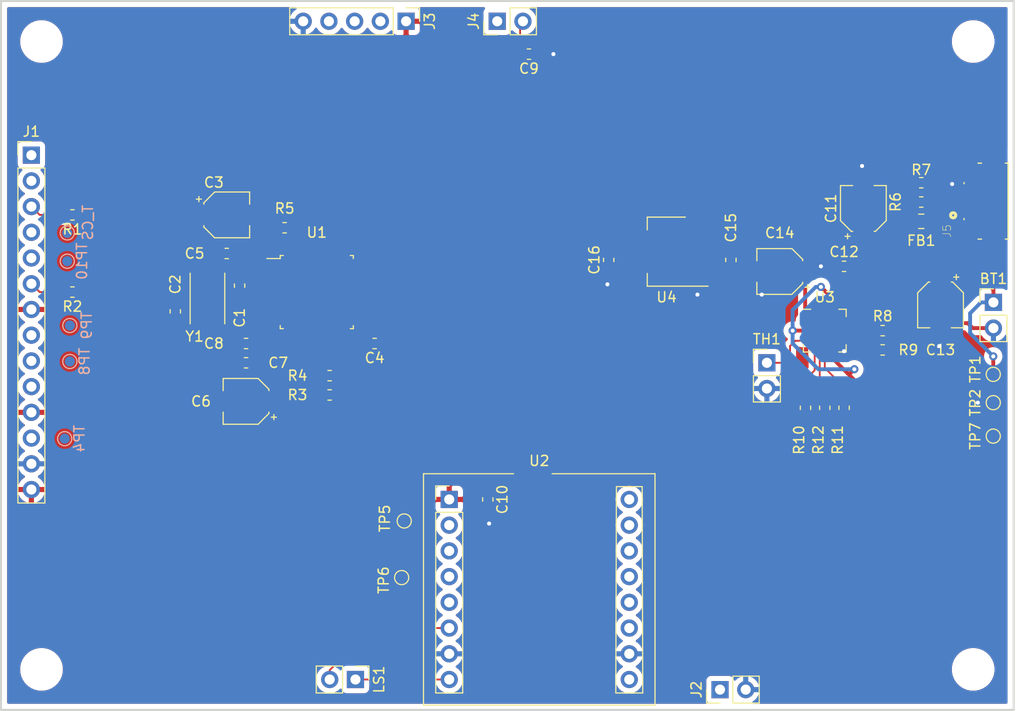
<source format=kicad_pcb>
(kicad_pcb (version 20171130) (host pcbnew 5.1.2-5.1.2)
  (layers (0 F.Cu signal) (31 B.Cu signal) (34 B.Paste user) (35 F.Paste user) (36 B.SilkS user) (37 F.SilkS user) (38 B.Mask user) (39 F.Mask user) (44 Edge.Cuts user))
  (net 0 "")
  (net 1 GND)
  (net 2 +BATT)
  (net 3 "Net-(C1-Pad1)")
  (net 4 "Net-(C2-Pad1)")
  (net 5 +3V3)
  (net 6 /nRST)
  (net 7 +5V)
  (net 8 "Net-(C14-Pad1)")
  (net 9 "Net-(FB1-Pad2)")
  (net 10 /T_IRQ)
  (net 11 /MOSI)
  (net 12 "Net-(J1-Pad3)")
  (net 13 /T_CS)
  (net 14 /SCK)
  (net 15 "Net-(J1-Pad6)")
  (net 16 /D-C)
  (net 17 /LCD_CS)
  (net 18 /LID_SW)
  (net 19 /SWDIO)
  (net 20 /SWDCLK)
  (net 21 "Net-(J3-Pad4)")
  (net 22 "Net-(J5-Pad3)")
  (net 23 "Net-(J5-Pad2)")
  (net 24 "Net-(J5-Pad4)")
  (net 25 "Net-(LS1-Pad1)")
  (net 26 "Net-(LS1-Pad2)")
  (net 27 /MISO)
  (net 28 /ADC)
  (net 29 "Net-(R5-Pad1)")
  (net 30 "Net-(R8-Pad1)")
  (net 31 "Net-(R9-Pad1)")
  (net 32 /~PG)
  (net 33 /~LBO)
  (net 34 /CHG_STAT)
  (net 35 "Net-(TH1-Pad1)")
  (net 36 /DFP_TX)
  (net 37 /DFP_RX)
  (net 38 /DFP_BUSY)
  (net 39 "Net-(U2-Pad5)")
  (net 40 "Net-(U2-Pad4)")
  (net 41 "Net-(U2-Pad12)")
  (net 42 "Net-(U2-Pad13)")
  (net 43 "Net-(U2-Pad11)")
  (net 44 "Net-(U2-Pad9)")
  (net 45 "Net-(U2-Pad14)")
  (net 46 "Net-(U2-Pad15)")
  (net 47 "Net-(U1-Pad6)")
  (net 48 "Net-(U1-Pad7)")
  (net 49 "Net-(U1-Pad8)")
  (net 50 "Net-(U1-Pad30)")
  (net 51 "Net-(U1-Pad28)")
  (net 52 "Net-(U1-Pad27)")
  (module Capacitor_SMD:C_0603_1608Metric_Pad1.05x0.95mm_HandSolder (layer F.Cu) (at 211.074 75.565 90)
    (fp_text reference C15 (at 3.175 0 90) (layer F.SilkS))
    (fp_text value 22n)
    (pad 1 smd roundrect (at -0.875 0 90) (size 1.05 0.95) (layers F.Cu F.Paste F.Mask) (net 1 GND))
    (pad 2 smd roundrect (at 0.875 0 90) (size 1.05 0.95) (layers F.Cu F.Paste F.Mask) (net 8 "Net-(C14-Pad1)"))
  )
  (module USB_Micro_B_AMP:AMPHENOL_10118192-0001LF (layer F.Cu) (at 234.325 69.76 90)
    (fp_text reference J5 (at -2.95307 -1.915 90) (layer F.SilkS) (effects (font (size 0.787417 0.787417) (thickness 0.05))))
    (fp_text value USB_B_Micro hide)
    (pad 3 smd rect (at 0 0 90) (size 0.4 1.35) (layers F.Cu F.Paste F.Mask) (net 22 "Net-(J5-Pad3)"))
    (pad 2 smd rect (at -0.65 0 90) (size 0.4 1.35) (layers F.Cu F.Paste F.Mask) (net 23 "Net-(J5-Pad2)"))
    (pad 4 smd rect (at 0.65 0 90) (size 0.4 1.35) (layers F.Cu F.Paste F.Mask) (net 24 "Net-(J5-Pad4)"))
    (pad 1 smd rect (at -1.3 0 90) (size 0.4 1.35) (layers F.Cu F.Paste F.Mask) (net 9 "Net-(FB1-Pad2)"))
    (pad 5 smd rect (at 1.3 0 90) (size 0.4 1.35) (layers F.Cu F.Paste F.Mask) (net 1 GND))
    (pad SH1 smd rect (at -3.1 0.125 90) (size 2.1 1.6) (layers F.Cu F.Paste F.Mask))
    (pad SH2 smd rect (at 3.1 0.125 90) (size 2.1 1.6) (layers F.Cu F.Paste F.Mask))
    (pad SH3 smd rect (at -3.8 2.675 270) (size 1.8 1.9) (layers F.Cu F.Paste F.Mask))
    (pad SH6 smd rect (at 3.8 2.675 270) (size 1.8 1.9) (layers F.Cu F.Paste F.Mask))
    (pad SH4 smd rect (at -1.2 2.675 90) (size 1.9 1.9) (layers F.Cu F.Paste F.Mask))
    (pad SH5 smd rect (at 1.2 2.675 90) (size 1.9 1.9) (layers F.Cu F.Paste F.Mask))
  )
  (module Connector_PinHeader_2.54mm:PinHeader_1x02_P2.54mm_Vertical (layer F.Cu) (at 237 79.76)
    (fp_text reference BT1 (at 0 -2.33) (layer F.SilkS))
    (fp_text value Li-Ion)
    (pad 2 thru_hole oval (at 0 2.54) (size 1.7 1.7) (drill 1) (layers *.Cu *.Mask) (net 1 GND))
    (pad 1 thru_hole rect (at 0 0) (size 1.7 1.7) (drill 1) (layers *.Cu *.Mask) (net 2 +BATT))
  )
  (module Capacitor_SMD:C_0603_1608Metric_Pad1.05x0.95mm_HandSolder (layer F.Cu) (at 162.56 78.105 270)
    (fp_text reference C1 (at 3.175 0 90) (layer F.SilkS))
    (fp_text value 20p)
    (pad 2 smd roundrect (at 0.875 0 270) (size 1.05 0.95) (layers F.Cu F.Paste F.Mask) (net 1 GND))
    (pad 1 smd roundrect (at -0.875 0 270) (size 1.05 0.95) (layers F.Cu F.Paste F.Mask) (net 3 "Net-(C1-Pad1)"))
  )
  (module Capacitor_SMD:C_0603_1608Metric_Pad1.05x0.95mm_HandSolder (layer F.Cu) (at 156.21 80.645 90)
    (fp_text reference C2 (at 2.667 0 90) (layer F.SilkS))
    (fp_text value 20p)
    (pad 2 smd roundrect (at 0.875 0 90) (size 1.05 0.95) (layers F.Cu F.Paste F.Mask) (net 1 GND))
    (pad 1 smd roundrect (at -0.875 0 90) (size 1.05 0.95) (layers F.Cu F.Paste F.Mask) (net 4 "Net-(C2-Pad1)"))
  )
  (module Capacitor_SMD:CP_Elec_4x5.3 (layer F.Cu) (at 161.29 71.12)
    (fp_text reference C3 (at -1.27 -3.2) (layer F.SilkS))
    (fp_text value 4u7)
    (pad 2 smd roundrect (at 1.8 0) (size 2.6 1.6) (layers F.Cu F.Paste F.Mask) (roundrect_rratio 0.15625) (net 1 GND))
    (pad 1 smd roundrect (at -1.8 0) (size 2.6 1.6) (layers F.Cu F.Paste F.Mask) (roundrect_rratio 0.15625) (net 5 +3V3))
  )
  (module Capacitor_SMD:C_0603_1608Metric_Pad1.05x0.95mm_HandSolder (layer F.Cu) (at 175.895 83.82 180)
    (fp_text reference C4 (at 0 -1.43) (layer F.SilkS))
    (fp_text value 220n)
    (pad 1 smd roundrect (at -0.875 0 180) (size 1.05 0.95) (layers F.Cu F.Paste F.Mask) (net 5 +3V3))
    (pad 2 smd roundrect (at 0.875 0 180) (size 1.05 0.95) (layers F.Cu F.Paste F.Mask) (net 1 GND))
  )
  (module Capacitor_SMD:C_0603_1608Metric_Pad1.05x0.95mm_HandSolder (layer F.Cu) (at 161.29 74.93 180)
    (fp_text reference C5 (at 3.175 0) (layer F.SilkS))
    (fp_text value 22n)
    (pad 1 smd roundrect (at -0.875 0 180) (size 1.05 0.95) (layers F.Cu F.Paste F.Mask) (net 1 GND))
    (pad 2 smd roundrect (at 0.875 0 180) (size 1.05 0.95) (layers F.Cu F.Paste F.Mask) (net 5 +3V3))
  )
  (module Capacitor_SMD:CP_Elec_4x5.3 (layer F.Cu) (at 163.195 89.535 180)
    (fp_text reference C6 (at 4.445 0) (layer F.SilkS))
    (fp_text value 4u7)
    (pad 1 smd roundrect (at -1.8 0 180) (size 2.6 1.6) (layers F.Cu F.Paste F.Mask) (roundrect_rratio 0.15625) (net 5 +3V3))
    (pad 2 smd roundrect (at 1.8 0 180) (size 2.6 1.6) (layers F.Cu F.Paste F.Mask) (roundrect_rratio 0.15625) (net 1 GND))
  )
  (module Capacitor_SMD:C_0603_1608Metric_Pad1.05x0.95mm_HandSolder (layer F.Cu) (at 163.195 85.725 180)
    (fp_text reference C7 (at -3.175 0) (layer F.SilkS))
    (fp_text value 220n)
    (pad 2 smd roundrect (at 0.875 0 180) (size 1.05 0.95) (layers F.Cu F.Paste F.Mask) (net 1 GND))
    (pad 1 smd roundrect (at -0.875 0 180) (size 1.05 0.95) (layers F.Cu F.Paste F.Mask) (net 5 +3V3))
  )
  (module Capacitor_SMD:C_0603_1608Metric_Pad1.05x0.95mm_HandSolder (layer F.Cu) (at 163.195 83.82 180)
    (fp_text reference C8 (at 3.175 0) (layer F.SilkS))
    (fp_text value 22n)
    (pad 1 smd roundrect (at -0.875 0 180) (size 1.05 0.95) (layers F.Cu F.Paste F.Mask) (net 5 +3V3))
    (pad 2 smd roundrect (at 0.875 0 180) (size 1.05 0.95) (layers F.Cu F.Paste F.Mask) (net 1 GND))
  )
  (module Capacitor_SMD:C_0603_1608Metric_Pad1.05x0.95mm_HandSolder (layer F.Cu) (at 191.135 55.245 180)
    (fp_text reference C9 (at 0 -1.43) (layer F.SilkS))
    (fp_text value 100n)
    (pad 1 smd roundrect (at -0.875 0 180) (size 1.05 0.95) (layers F.Cu F.Paste F.Mask) (net 1 GND))
    (pad 2 smd roundrect (at 0.875 0 180) (size 1.05 0.95) (layers F.Cu F.Paste F.Mask) (net 6 /nRST))
  )
  (module Capacitor_SMD:C_0603_1608Metric_Pad1.05x0.95mm_HandSolder (layer F.Cu) (at 187.07 99.22 270)
    (fp_text reference C10 (at 0 -1.43 90) (layer F.SilkS))
    (fp_text value 220n)
    (pad 2 smd roundrect (at 0.875 0 270) (size 1.05 0.95) (layers F.Cu F.Paste F.Mask) (net 1 GND))
    (pad 1 smd roundrect (at -0.875 0 270) (size 1.05 0.95) (layers F.Cu F.Paste F.Mask) (net 5 +3V3))
  )
  (module Capacitor_SMD:CP_Elec_4x5.3 (layer F.Cu) (at 224.155 70.485 90)
    (fp_text reference C11 (at 0 -3.2 90) (layer F.SilkS))
    (fp_text value 22u)
    (pad 1 smd roundrect (at -1.8 0 90) (size 2.6 1.6) (layers F.Cu F.Paste F.Mask) (roundrect_rratio 0.15625) (net 7 +5V))
    (pad 2 smd roundrect (at 1.8 0 90) (size 2.6 1.6) (layers F.Cu F.Paste F.Mask) (roundrect_rratio 0.15625) (net 1 GND))
  )
  (module Capacitor_SMD:C_0603_1608Metric_Pad1.05x0.95mm_HandSolder (layer F.Cu) (at 222.25 76.2)
    (fp_text reference C12 (at 0 -1.43) (layer F.SilkS))
    (fp_text value 220n)
    (pad 1 smd roundrect (at -0.875 0) (size 1.05 0.95) (layers F.Cu F.Paste F.Mask) (net 1 GND))
    (pad 2 smd roundrect (at 0.875 0) (size 1.05 0.95) (layers F.Cu F.Paste F.Mask) (net 7 +5V))
  )
  (module Capacitor_SMD:CP_Elec_4x5.3 (layer F.Cu) (at 231.775 80.01 270)
    (fp_text reference C13 (at 4.445 0 180) (layer F.SilkS))
    (fp_text value 4u7)
    (pad 1 smd roundrect (at -1.8 0 270) (size 2.6 1.6) (layers F.Cu F.Paste F.Mask) (roundrect_rratio 0.15625) (net 2 +BATT))
    (pad 2 smd roundrect (at 1.8 0 270) (size 2.6 1.6) (layers F.Cu F.Paste F.Mask) (roundrect_rratio 0.15625) (net 1 GND))
  )
  (module Capacitor_SMD:CP_Elec_4x5.3 (layer F.Cu) (at 215.9 76.708 180)
    (fp_text reference C14 (at 0 3.81) (layer F.SilkS))
    (fp_text value 4u7)
    (pad 2 smd roundrect (at 1.8 0 180) (size 2.6 1.6) (layers F.Cu F.Paste F.Mask) (roundrect_rratio 0.15625) (net 1 GND))
    (pad 1 smd roundrect (at -1.8 0 180) (size 2.6 1.6) (layers F.Cu F.Paste F.Mask) (roundrect_rratio 0.15625) (net 8 "Net-(C14-Pad1)"))
  )
  (module Capacitor_SMD:C_0603_1608Metric_Pad1.05x0.95mm_HandSolder (layer F.Cu) (at 199.009 75.565 90)
    (fp_text reference C16 (at 0 -1.43 90) (layer F.SilkS))
    (fp_text value 22n)
    (pad 2 smd roundrect (at 0.875 0 90) (size 1.05 0.95) (layers F.Cu F.Paste F.Mask) (net 5 +3V3))
    (pad 1 smd roundrect (at -0.875 0 90) (size 1.05 0.95) (layers F.Cu F.Paste F.Mask) (net 1 GND))
  )
  (module Inductor_SMD:L_0805_2012Metric_Pad1.15x1.40mm_HandSolder (layer F.Cu) (at 229.87 71.755)
    (fp_text reference FB1 (at 0 1.905) (layer F.SilkS))
    (fp_text value BLM21PG221SH1D)
    (pad 1 smd roundrect (at -1.025 0) (size 1.15 1.4) (layers F.Cu F.Paste F.Mask) (roundrect_rratio 0.217391) (net 7 +5V))
    (pad 2 smd roundrect (at 1.025 0) (size 1.15 1.4) (layers F.Cu F.Paste F.Mask) (roundrect_rratio 0.217391) (net 9 "Net-(FB1-Pad2)"))
  )
  (module Connector_PinHeader_2.54mm:PinHeader_1x14_P2.54mm_Vertical (layer F.Cu) (at 142 65.22)
    (fp_text reference J1 (at 0 -2.33) (layer F.SilkS))
    (fp_text value "Touch LCD")
    (pad 1 thru_hole rect (at 0 0) (size 1.7 1.7) (drill 1) (layers *.Cu *.Mask) (net 10 /T_IRQ))
    (pad 2 thru_hole oval (at 0 2.54) (size 1.7 1.7) (drill 1) (layers *.Cu *.Mask) (net 11 /MOSI))
    (pad 3 thru_hole oval (at 0 5.08) (size 1.7 1.7) (drill 1) (layers *.Cu *.Mask) (net 12 "Net-(J1-Pad3)"))
    (pad 4 thru_hole oval (at 0 7.62) (size 1.7 1.7) (drill 1) (layers *.Cu *.Mask) (net 13 /T_CS))
    (pad 5 thru_hole oval (at 0 10.16) (size 1.7 1.7) (drill 1) (layers *.Cu *.Mask) (net 14 /SCK))
    (pad 6 thru_hole oval (at 0 12.7) (size 1.7 1.7) (drill 1) (layers *.Cu *.Mask) (net 15 "Net-(J1-Pad6)"))
    (pad 7 thru_hole oval (at 0 15.24) (size 1.7 1.7) (drill 1) (layers *.Cu *.Mask) (net 5 +3V3))
    (pad 8 thru_hole oval (at 0 17.78) (size 1.7 1.7) (drill 1) (layers *.Cu *.Mask) (net 14 /SCK))
    (pad 9 thru_hole oval (at 0 20.32) (size 1.7 1.7) (drill 1) (layers *.Cu *.Mask) (net 11 /MOSI))
    (pad 10 thru_hole oval (at 0 22.86) (size 1.7 1.7) (drill 1) (layers *.Cu *.Mask) (net 16 /D-C))
    (pad 11 thru_hole oval (at 0 25.4) (size 1.7 1.7) (drill 1) (layers *.Cu *.Mask) (net 5 +3V3))
    (pad 12 thru_hole oval (at 0 27.94) (size 1.7 1.7) (drill 1) (layers *.Cu *.Mask) (net 17 /LCD_CS))
    (pad 13 thru_hole oval (at 0 30.48) (size 1.7 1.7) (drill 1) (layers *.Cu *.Mask) (net 1 GND))
    (pad 14 thru_hole oval (at 0 33.02) (size 1.7 1.7) (drill 1) (layers *.Cu *.Mask) (net 5 +3V3))
  )
  (module Connector_PinHeader_2.54mm:PinHeader_1x02_P2.54mm_Vertical (layer F.Cu) (at 210 118 90)
    (fp_text reference J2 (at 0 -2.33 90) (layer F.SilkS))
    (fp_text value "Lid Switch")
    (pad 2 thru_hole oval (at 0 2.54 90) (size 1.7 1.7) (drill 1) (layers *.Cu *.Mask) (net 1 GND))
    (pad 1 thru_hole rect (at 0 0 90) (size 1.7 1.7) (drill 1) (layers *.Cu *.Mask) (net 18 /LID_SW))
  )
  (module Connector_PinHeader_2.54mm:PinHeader_1x05_P2.54mm_Vertical (layer F.Cu) (at 179 52 270)
    (fp_text reference J3 (at 0 -2.33 90) (layer F.SilkS))
    (fp_text value SWD)
    (pad 1 thru_hole rect (at 0 0 270) (size 1.7 1.7) (drill 1) (layers *.Cu *.Mask) (net 5 +3V3))
    (pad 2 thru_hole oval (at 0 2.54 270) (size 1.7 1.7) (drill 1) (layers *.Cu *.Mask) (net 19 /SWDIO))
    (pad 3 thru_hole oval (at 0 5.08 270) (size 1.7 1.7) (drill 1) (layers *.Cu *.Mask) (net 20 /SWDCLK))
    (pad 4 thru_hole oval (at 0 7.62 270) (size 1.7 1.7) (drill 1) (layers *.Cu *.Mask) (net 21 "Net-(J3-Pad4)"))
    (pad 5 thru_hole oval (at 0 10.16 270) (size 1.7 1.7) (drill 1) (layers *.Cu *.Mask) (net 1 GND))
  )
  (module Connector_PinHeader_2.54mm:PinHeader_1x02_P2.54mm_Vertical (layer F.Cu) (at 188 52 90)
    (fp_text reference J4 (at 0 -2.33 90) (layer F.SilkS))
    (fp_text value ~RESET)
    (pad 1 thru_hole rect (at 0 0 90) (size 1.7 1.7) (drill 1) (layers *.Cu *.Mask) (net 21 "Net-(J3-Pad4)"))
    (pad 2 thru_hole oval (at 0 2.54 90) (size 1.7 1.7) (drill 1) (layers *.Cu *.Mask) (net 6 /nRST))
  )
  (module Connector_PinHeader_2.54mm:PinHeader_1x02_P2.54mm_Vertical (layer F.Cu) (at 174 117 270)
    (fp_text reference LS1 (at 0 -2.33 90) (layer F.SilkS))
    (fp_text value YD78)
    (pad 1 thru_hole rect (at 0 0 270) (size 1.7 1.7) (drill 1) (layers *.Cu *.Mask) (net 25 "Net-(LS1-Pad1)"))
    (pad 2 thru_hole oval (at 0 2.54 270) (size 1.7 1.7) (drill 1) (layers *.Cu *.Mask) (net 26 "Net-(LS1-Pad2)"))
  )
  (module Resistor_SMD:R_0603_1608Metric_Pad1.05x0.95mm_HandSolder (layer F.Cu) (at 146.05 71.12 180)
    (fp_text reference R1 (at 0 -1.43) (layer F.SilkS))
    (fp_text value 270)
    (pad 1 smd roundrect (at -0.875 0 180) (size 1.05 0.95) (layers F.Cu F.Paste F.Mask) (net 27 /MISO))
    (pad 2 smd roundrect (at 0.875 0 180) (size 1.05 0.95) (layers F.Cu F.Paste F.Mask) (net 12 "Net-(J1-Pad3)"))
  )
  (module Resistor_SMD:R_0603_1608Metric_Pad1.05x0.95mm_HandSolder (layer F.Cu) (at 146.05 78.74 180)
    (fp_text reference R2 (at 0 -1.43) (layer F.SilkS))
    (fp_text value 270)
    (pad 1 smd roundrect (at -0.875 0 180) (size 1.05 0.95) (layers F.Cu F.Paste F.Mask) (net 27 /MISO))
    (pad 2 smd roundrect (at 0.875 0 180) (size 1.05 0.95) (layers F.Cu F.Paste F.Mask) (net 15 "Net-(J1-Pad6)"))
  )
  (module Resistor_SMD:R_0603_1608Metric_Pad1.05x0.95mm_HandSolder (layer F.Cu) (at 171.45 88.9 180)
    (fp_text reference R3 (at 3.175 0) (layer F.SilkS))
    (fp_text value 220k)
    (pad 2 smd roundrect (at 0.875 0 180) (size 1.05 0.95) (layers F.Cu F.Paste F.Mask) (net 28 /ADC))
    (pad 1 smd roundrect (at -0.875 0 180) (size 1.05 0.95) (layers F.Cu F.Paste F.Mask) (net 2 +BATT))
  )
  (module Resistor_SMD:R_0603_1608Metric_Pad1.05x0.95mm_HandSolder (layer F.Cu) (at 171.45 86.995)
    (fp_text reference R4 (at -3.175 0) (layer F.SilkS))
    (fp_text value 560k)
    (pad 1 smd roundrect (at -0.875 0) (size 1.05 0.95) (layers F.Cu F.Paste F.Mask) (net 28 /ADC))
    (pad 2 smd roundrect (at 0.875 0) (size 1.05 0.95) (layers F.Cu F.Paste F.Mask) (net 1 GND))
  )
  (module Resistor_SMD:R_0603_1608Metric_Pad1.05x0.95mm_HandSolder (layer F.Cu) (at 167.005 72.39 180)
    (fp_text reference R5 (at 0 1.905) (layer F.SilkS))
    (fp_text value 10k)
    (pad 1 smd roundrect (at -0.875 0 180) (size 1.05 0.95) (layers F.Cu F.Paste F.Mask) (net 29 "Net-(R5-Pad1)"))
    (pad 2 smd roundrect (at 0.875 0 180) (size 1.05 0.95) (layers F.Cu F.Paste F.Mask) (net 1 GND))
  )
  (module Resistor_SMD:R_0603_1608Metric_Pad1.05x0.95mm_HandSolder (layer F.Cu) (at 229.87 69.85 180)
    (fp_text reference R6 (at 2.54 0 90) (layer F.SilkS))
    (fp_text value 20k)
    (pad 2 smd roundrect (at 0.875 0 180) (size 1.05 0.95) (layers F.Cu F.Paste F.Mask) (net 1 GND))
    (pad 1 smd roundrect (at -0.875 0 180) (size 1.05 0.95) (layers F.Cu F.Paste F.Mask) (net 23 "Net-(J5-Pad2)"))
  )
  (module Resistor_SMD:R_0603_1608Metric_Pad1.05x0.95mm_HandSolder (layer F.Cu) (at 229.87 67.945 180)
    (fp_text reference R7 (at 0 1.27 180) (layer F.SilkS))
    (fp_text value 20k)
    (pad 2 smd roundrect (at 0.875 0 180) (size 1.05 0.95) (layers F.Cu F.Paste F.Mask) (net 1 GND))
    (pad 1 smd roundrect (at -0.875 0 180) (size 1.05 0.95) (layers F.Cu F.Paste F.Mask) (net 22 "Net-(J5-Pad3)"))
  )
  (module Resistor_SMD:R_0603_1608Metric_Pad1.05x0.95mm_HandSolder (layer F.Cu) (at 226.06 82.55)
    (fp_text reference R8 (at 0 -1.43) (layer F.SilkS))
    (fp_text value 1k)
    (pad 2 smd roundrect (at 0.875 0) (size 1.05 0.95) (layers F.Cu F.Paste F.Mask) (net 1 GND))
    (pad 1 smd roundrect (at -0.875 0) (size 1.05 0.95) (layers F.Cu F.Paste F.Mask) (net 30 "Net-(R8-Pad1)"))
  )
  (module Resistor_SMD:R_0603_1608Metric_Pad1.05x0.95mm_HandSolder (layer F.Cu) (at 226.06 84.455)
    (fp_text reference R9 (at 2.54 0) (layer F.SilkS))
    (fp_text value 20k)
    (pad 1 smd roundrect (at -0.875 0) (size 1.05 0.95) (layers F.Cu F.Paste F.Mask) (net 31 "Net-(R9-Pad1)"))
    (pad 2 smd roundrect (at 0.875 0) (size 1.05 0.95) (layers F.Cu F.Paste F.Mask) (net 1 GND))
  )
  (module Resistor_SMD:R_0603_1608Metric_Pad1.05x0.95mm_HandSolder (layer F.Cu) (at 218.44 90.17 90)
    (fp_text reference R10 (at -3.175 -0.635 90) (layer F.SilkS))
    (fp_text value 10k)
    (pad 2 smd roundrect (at 0.875 0 90) (size 1.05 0.95) (layers F.Cu F.Paste F.Mask) (net 32 /~PG))
    (pad 1 smd roundrect (at -0.875 0 90) (size 1.05 0.95) (layers F.Cu F.Paste F.Mask) (net 7 +5V))
  )
  (module Resistor_SMD:R_0603_1608Metric_Pad1.05x0.95mm_HandSolder (layer F.Cu) (at 222.25 90.17 90)
    (fp_text reference R11 (at -3.175 -0.635 90) (layer F.SilkS))
    (fp_text value 10k)
    (pad 1 smd roundrect (at -0.875 0 90) (size 1.05 0.95) (layers F.Cu F.Paste F.Mask) (net 7 +5V))
    (pad 2 smd roundrect (at 0.875 0 90) (size 1.05 0.95) (layers F.Cu F.Paste F.Mask) (net 33 /~LBO))
  )
  (module Resistor_SMD:R_0603_1608Metric_Pad1.05x0.95mm_HandSolder (layer F.Cu) (at 220.345 90.17 90)
    (fp_text reference R12 (at -3.175 -0.635 270) (layer F.SilkS))
    (fp_text value 10k)
    (pad 2 smd roundrect (at 0.875 0 90) (size 1.05 0.95) (layers F.Cu F.Paste F.Mask) (net 34 /CHG_STAT))
    (pad 1 smd roundrect (at -0.875 0 90) (size 1.05 0.95) (layers F.Cu F.Paste F.Mask) (net 7 +5V))
  )
  (module Connector_PinHeader_2.54mm:PinHeader_1x02_P2.54mm_Vertical (layer F.Cu) (at 214.63 85.725)
    (fp_text reference TH1 (at 0 -2.33) (layer F.SilkS))
    (fp_text value 10k)
    (pad 1 thru_hole rect (at 0 0) (size 1.7 1.7) (drill 1) (layers *.Cu *.Mask) (net 35 "Net-(TH1-Pad1)"))
    (pad 2 thru_hole oval (at 0 2.54) (size 1.7 1.7) (drill 1) (layers *.Cu *.Mask) (net 1 GND))
  )
  (module Package_QFP:LQFP-32_7x7mm_P0.8mm (layer F.Cu) (at 170.18 78.74)
    (fp_text reference U1 (at 0 -5.88) (layer F.SilkS))
    (fp_text value STM32F030K6Tx)
    (pad 1 smd roundrect (at -4.175 -2.8) (size 1.5 0.5) (layers F.Cu F.Paste F.Mask) (net 5 +3V3))
    (pad 2 smd roundrect (at -4.175 -2) (size 1.5 0.5) (layers F.Cu F.Paste F.Mask) (net 3 "Net-(C1-Pad1)"))
    (pad 3 smd roundrect (at -4.175 -1.2) (size 1.5 0.5) (layers F.Cu F.Paste F.Mask) (net 4 "Net-(C2-Pad1)"))
    (pad 4 smd roundrect (at -4.175 -0.4) (size 1.5 0.5) (layers F.Cu F.Paste F.Mask) (net 6 /nRST))
    (pad 5 smd roundrect (at -4.175 0.4) (size 1.5 0.5) (layers F.Cu F.Paste F.Mask) (net 5 +3V3))
    (pad 6 smd roundrect (at -4.175 1.2) (size 1.5 0.5) (layers F.Cu F.Paste F.Mask) (net 47 "Net-(U1-Pad6)"))
    (pad 7 smd roundrect (at -4.175 2) (size 1.5 0.5) (layers F.Cu F.Paste F.Mask) (net 48 "Net-(U1-Pad7)"))
    (pad 8 smd roundrect (at -4.175 2.8) (size 1.5 0.5) (layers F.Cu F.Paste F.Mask) (net 49 "Net-(U1-Pad8)"))
    (pad 9 smd roundrect (at -2.8 4.175) (size 0.5 1.5) (layers F.Cu F.Paste F.Mask) (net 16 /D-C))
    (pad 10 smd roundrect (at -2 4.175) (size 0.5 1.5) (layers F.Cu F.Paste F.Mask) (net 17 /LCD_CS))
    (pad 11 smd roundrect (at -1.2 4.175) (size 0.5 1.5) (layers F.Cu F.Paste F.Mask) (net 14 /SCK))
    (pad 12 smd roundrect (at -0.4 4.175) (size 0.5 1.5) (layers F.Cu F.Paste F.Mask) (net 27 /MISO))
    (pad 13 smd roundrect (at 0.4 4.175) (size 0.5 1.5) (layers F.Cu F.Paste F.Mask) (net 11 /MOSI))
    (pad 14 smd roundrect (at 1.2 4.175) (size 0.5 1.5) (layers F.Cu F.Paste F.Mask) (net 28 /ADC))
    (pad 15 smd roundrect (at 2 4.175) (size 0.5 1.5) (layers F.Cu F.Paste F.Mask) (net 18 /LID_SW))
    (pad 16 smd roundrect (at 2.8 4.175) (size 0.5 1.5) (layers F.Cu F.Paste F.Mask) (net 1 GND))
    (pad 17 smd roundrect (at 4.175 2.8) (size 1.5 0.5) (layers F.Cu F.Paste F.Mask) (net 5 +3V3))
    (pad 18 smd roundrect (at 4.175 2) (size 1.5 0.5) (layers F.Cu F.Paste F.Mask) (net 13 /T_CS))
    (pad 19 smd roundrect (at 4.175 1.2) (size 1.5 0.5) (layers F.Cu F.Paste F.Mask) (net 37 /DFP_RX))
    (pad 20 smd roundrect (at 4.175 0.4) (size 1.5 0.5) (layers F.Cu F.Paste F.Mask) (net 36 /DFP_TX))
    (pad 21 smd roundrect (at 4.175 -0.4) (size 1.5 0.5) (layers F.Cu F.Paste F.Mask) (net 32 /~PG))
    (pad 22 smd roundrect (at 4.175 -1.2) (size 1.5 0.5) (layers F.Cu F.Paste F.Mask) (net 38 /DFP_BUSY))
    (pad 23 smd roundrect (at 4.175 -2) (size 1.5 0.5) (layers F.Cu F.Paste F.Mask) (net 19 /SWDIO))
    (pad 24 smd roundrect (at 4.175 -2.8) (size 1.5 0.5) (layers F.Cu F.Paste F.Mask) (net 20 /SWDCLK))
    (pad 25 smd roundrect (at 2.8 -4.175) (size 0.5 1.5) (layers F.Cu F.Paste F.Mask) (net 34 /CHG_STAT))
    (pad 26 smd roundrect (at 2 -4.175) (size 0.5 1.5) (layers F.Cu F.Paste F.Mask) (net 33 /~LBO))
    (pad 27 smd roundrect (at 1.2 -4.175) (size 0.5 1.5) (layers F.Cu F.Paste F.Mask) (net 52 "Net-(U1-Pad27)"))
    (pad 28 smd roundrect (at 0.4 -4.175) (size 0.5 1.5) (layers F.Cu F.Paste F.Mask) (net 51 "Net-(U1-Pad28)"))
    (pad 29 smd roundrect (at -0.4 -4.175) (size 0.5 1.5) (layers F.Cu F.Paste F.Mask) (net 10 /T_IRQ))
    (pad 30 smd roundrect (at -1.2 -4.175) (size 0.5 1.5) (layers F.Cu F.Paste F.Mask) (net 50 "Net-(U1-Pad30)"))
    (pad 31 smd roundrect (at -2 -4.175) (size 0.5 1.5) (layers F.Cu F.Paste F.Mask) (net 29 "Net-(R5-Pad1)"))
    (pad 32 smd roundrect (at -2.8 -4.175) (size 0.5 1.5) (layers F.Cu F.Paste F.Mask) (net 1 GND))
  )
  (module DFPlayer:DFPlayer_Mini (layer F.Cu) (at 187.07 99.22)
    (fp_text reference U2 (at 5.08 -3.81) (layer F.SilkS))
    (fp_text value DFPlayer_Mini)
    (pad 8 thru_hole oval (at -3.81 17.78) (size 1.7 1.7) (drill 1) (layers *.Cu *.Mask) (net 25 "Net-(LS1-Pad1)"))
    (pad 7 thru_hole oval (at -3.81 15.24) (size 1.7 1.7) (drill 1) (layers *.Cu *.Mask) (net 1 GND))
    (pad 6 thru_hole oval (at -3.81 12.7) (size 1.7 1.7) (drill 1) (layers *.Cu *.Mask) (net 26 "Net-(LS1-Pad2)"))
    (pad 5 thru_hole oval (at -3.81 10.16) (size 1.7 1.7) (drill 1) (layers *.Cu *.Mask) (net 39 "Net-(U2-Pad5)"))
    (pad 4 thru_hole oval (at -3.81 7.62) (size 1.7 1.7) (drill 1) (layers *.Cu *.Mask) (net 40 "Net-(U2-Pad4)"))
    (pad 3 thru_hole oval (at -3.81 5.08) (size 1.7 1.7) (drill 1) (layers *.Cu *.Mask) (net 36 /DFP_TX))
    (pad 2 thru_hole oval (at -3.81 2.54) (size 1.7 1.7) (drill 1) (layers *.Cu *.Mask) (net 37 /DFP_RX))
    (pad 1 thru_hole rect (at -3.81 0) (size 1.7 1.7) (drill 1) (layers *.Cu *.Mask) (net 5 +3V3))
    (pad 10 thru_hole oval (at 13.97 15.24) (size 1.7 1.7) (drill 1) (layers *.Cu *.Mask) (net 1 GND))
    (pad 12 thru_hole oval (at 13.97 10.16) (size 1.7 1.7) (drill 1) (layers *.Cu *.Mask) (net 41 "Net-(U2-Pad12)"))
    (pad 13 thru_hole oval (at 13.97 7.62) (size 1.7 1.7) (drill 1) (layers *.Cu *.Mask) (net 42 "Net-(U2-Pad13)"))
    (pad 11 thru_hole oval (at 13.97 12.7) (size 1.7 1.7) (drill 1) (layers *.Cu *.Mask) (net 43 "Net-(U2-Pad11)"))
    (pad 9 thru_hole oval (at 13.97 17.78) (size 1.7 1.7) (drill 1) (layers *.Cu *.Mask) (net 44 "Net-(U2-Pad9)"))
    (pad 14 thru_hole oval (at 13.97 5.08) (size 1.7 1.7) (drill 1) (layers *.Cu *.Mask) (net 45 "Net-(U2-Pad14)"))
    (pad 15 thru_hole oval (at 13.97 2.54) (size 1.7 1.7) (drill 1) (layers *.Cu *.Mask) (net 46 "Net-(U2-Pad15)"))
    (pad 16 thru_hole oval (at 13.97 0) (size 1.7 1.7) (drill 1) (layers *.Cu *.Mask) (net 38 /DFP_BUSY))
  )
  (module Package_DFN_QFN:QFN-20-1EP_4x4mm_P0.5mm_EP2.5x2.5mm (layer F.Cu) (at 220.345 82.55)
    (fp_text reference U3 (at 0 -3.3) (layer F.SilkS))
    (fp_text value MCP73871-1CC)
    (pad 21 smd roundrect (at 0 0) (size 2.5 2.5) (layers F.Cu F.Mask) (roundrect_rratio 0.1) (net 1 GND))
    (pad 1 smd roundrect (at -1.9375 -1) (size 0.825 0.25) (layers F.Cu F.Paste F.Mask) (net 8 "Net-(C14-Pad1)"))
    (pad 2 smd roundrect (at -1.9375 -0.5) (size 0.825 0.25) (layers F.Cu F.Paste F.Mask) (net 7 +5V))
    (pad 3 smd roundrect (at -1.9375 0) (size 0.825 0.25) (layers F.Cu F.Paste F.Mask) (net 7 +5V))
    (pad 4 smd roundrect (at -1.9375 0.5) (size 0.825 0.25) (layers F.Cu F.Paste F.Mask) (net 7 +5V))
    (pad 5 smd roundrect (at -1.9375 1) (size 0.825 0.25) (layers F.Cu F.Paste F.Mask) (net 35 "Net-(TH1-Pad1)"))
    (pad 6 smd roundrect (at -1 1.9375) (size 0.25 0.825) (layers F.Cu F.Paste F.Mask) (net 32 /~PG))
    (pad 7 smd roundrect (at -0.5 1.9375) (size 0.25 0.825) (layers F.Cu F.Paste F.Mask) (net 34 /CHG_STAT))
    (pad 8 smd roundrect (at 0 1.9375) (size 0.25 0.825) (layers F.Cu F.Paste F.Mask) (net 33 /~LBO))
    (pad 9 smd roundrect (at 0.5 1.9375) (size 0.25 0.825) (layers F.Cu F.Paste F.Mask) (net 7 +5V))
    (pad 10 smd roundrect (at 1 1.9375) (size 0.25 0.825) (layers F.Cu F.Paste F.Mask) (net 1 GND))
    (pad 11 smd roundrect (at 1.9375 1) (size 0.825 0.25) (layers F.Cu F.Paste F.Mask) (net 1 GND))
    (pad 12 smd roundrect (at 1.9375 0.5) (size 0.825 0.25) (layers F.Cu F.Paste F.Mask) (net 31 "Net-(R9-Pad1)"))
    (pad 13 smd roundrect (at 1.9375 0) (size 0.825 0.25) (layers F.Cu F.Paste F.Mask) (net 30 "Net-(R8-Pad1)"))
    (pad 14 smd roundrect (at 1.9375 -0.5) (size 0.825 0.25) (layers F.Cu F.Paste F.Mask) (net 2 +BATT))
    (pad 15 smd roundrect (at 1.9375 -1) (size 0.825 0.25) (layers F.Cu F.Paste F.Mask) (net 2 +BATT))
    (pad 16 smd roundrect (at 1 -1.9375) (size 0.25 0.825) (layers F.Cu F.Paste F.Mask) (net 2 +BATT))
    (pad 17 smd roundrect (at 0.5 -1.9375) (size 0.25 0.825) (layers F.Cu F.Paste F.Mask) (net 7 +5V))
    (pad 18 smd roundrect (at 0 -1.9375) (size 0.25 0.825) (layers F.Cu F.Paste F.Mask) (net 7 +5V))
    (pad 19 smd roundrect (at -0.5 -1.9375) (size 0.25 0.825) (layers F.Cu F.Paste F.Mask) (net 7 +5V))
    (pad 20 smd roundrect (at -1 -1.9375) (size 0.25 0.825) (layers F.Cu F.Paste F.Mask) (net 8 "Net-(C14-Pad1)"))
  )
  (module Package_TO_SOT_SMD:SOT-223-3_TabPin2 (layer F.Cu) (at 204.724 74.750001 180)
    (fp_text reference U4 (at 0 -4.5) (layer F.SilkS))
    (fp_text value AP1117-33)
    (pad 2 smd rect (at 3.15 0 180) (size 2 3.8) (layers F.Cu F.Paste F.Mask) (net 5 +3V3))
    (pad 2 smd rect (at -3.15 0 180) (size 2 1.5) (layers F.Cu F.Paste F.Mask) (net 5 +3V3))
    (pad 3 smd rect (at -3.15 2.3 180) (size 2 1.5) (layers F.Cu F.Paste F.Mask) (net 8 "Net-(C14-Pad1)"))
    (pad 1 smd rect (at -3.15 -2.3 180) (size 2 1.5) (layers F.Cu F.Paste F.Mask) (net 1 GND))
  )
  (module Crystal:Crystal_SMD_TXC_7A-2Pin_5x3.2mm (layer F.Cu) (at 159.385 79.375 270)
    (fp_text reference Y1 (at 3.749999 1.27) (layer F.SilkS))
    (fp_text value 8M)
    (pad 1 smd rect (at -1.85 0 270) (size 1.7 2.4) (layers F.Cu F.Paste F.Mask) (net 3 "Net-(C1-Pad1)"))
    (pad 2 smd rect (at 1.85 0 270) (size 1.7 2.4) (layers F.Cu F.Paste F.Mask) (net 4 "Net-(C2-Pad1)"))
  )
  (module MountingHole:MountingHole_3.2mm_M3 (layer F.Cu) (at 143 54)
    (fp_text reference H1 hide)
    (fp_text value MountingHole hide)
    (pad 1 np_thru_hole circle (at 0 0) (size 3.2 3.2) (drill 3.2) (layers *.Cu *.Mask))
  )
  (module MountingHole:MountingHole_3.2mm_M3 (layer F.Cu) (at 143 116)
    (fp_text reference H2 hide)
    (fp_text value MountingHole hide)
    (pad 1 np_thru_hole circle (at 0 0) (size 3.2 3.2) (drill 3.2) (layers *.Cu *.Mask))
  )
  (module MountingHole:MountingHole_3.2mm_M3 (layer F.Cu) (at 235 54)
    (fp_text reference H3 hide)
    (fp_text value MountingHole hide)
    (pad 1 np_thru_hole circle (at 0 0) (size 3.2 3.2) (drill 3.2) (layers *.Cu *.Mask))
  )
  (module MountingHole:MountingHole_3.2mm_M3 (layer F.Cu) (at 235 116)
    (fp_text reference H4 hide)
    (fp_text value MountingHole hide)
    (pad 1 np_thru_hole circle (at 0 0) (size 3.2 3.2) (drill 3.2) (layers *.Cu *.Mask))
  )
  (module TestPoint:TestPoint_Pad_D1.0mm (layer F.Cu) (at 236.982 86.868)
    (fp_text reference TP1 (at -1.778 -0.508 90) (layer F.SilkS))
    (fp_text value Vbat_TP)
    (pad 1 smd circle (at 0 0) (size 1 1) (layers F.Cu F.Mask) (net 2 +BATT))
  )
  (module TestPoint:TestPoint_Pad_D1.0mm (layer F.Cu) (at 236.982 89.662 90)
    (fp_text reference TP2 (at 0 -1.778 90) (layer F.SilkS))
    (fp_text value GND_TP)
    (pad 1 smd circle (at 0 0 90) (size 1 1) (layers F.Cu F.Mask) (net 1 GND))
  )
  (module TestPoint:TestPoint_Pad_D1.0mm (layer B.Cu) (at 145.542 72.898)
    (fp_text reference TP3 hide)
    (fp_text value T_CS_TP)
    (pad 1 smd circle (at 0 0) (size 1 1) (layers B.Cu B.Mask) (net 13 /T_CS))
  )
  (module TestPoint:TestPoint_Pad_D1.0mm (layer B.Cu) (at 145.288 93.218 90)
    (fp_text reference TP4 (at 0 1.448 -90) (layer B.SilkS) (effects (justify mirror)))
    (fp_text value LCD_CS_TP)
    (pad 1 smd circle (at 0 0 90) (size 1 1) (layers B.Cu B.Mask) (net 17 /LCD_CS))
  )
  (module TestPoint:TestPoint_Pad_D1.0mm (layer F.Cu) (at 178.816 101.346 90)
    (fp_text reference TP5 (at 0.254 -1.914001 90) (layer F.SilkS))
    (fp_text value DFP_RX_TP)
    (pad 1 smd circle (at 0 0 90) (size 1 1) (layers F.Cu F.Mask) (net 37 /DFP_RX))
  )
  (module TestPoint:TestPoint_Pad_D1.0mm (layer F.Cu) (at 178.562 106.934 90)
    (fp_text reference TP6 (at -0.254 -1.778 90) (layer F.SilkS))
    (fp_text value DFP_TX_TP)
    (pad 1 smd circle (at 0 0 90) (size 1 1) (layers F.Cu F.Mask) (net 36 /DFP_TX))
  )
  (module TestPoint:TestPoint_Pad_D1.0mm (layer F.Cu) (at 236.982 92.964 90)
    (fp_text reference TP7 (at 0 -1.778 90) (layer F.SilkS))
    (fp_text value VCC_TP)
    (pad 1 smd circle (at 0 0 90) (size 1 1) (layers F.Cu F.Mask) (net 5 +3V3))
  )
  (module TestPoint:TestPoint_Pad_D1.0mm (layer B.Cu) (at 145.796 85.598 90)
    (fp_text reference TP8 (at 0 1.448 -90) (layer B.SilkS) (effects (justify mirror)))
    (fp_text value MOSI_TP)
    (pad 1 smd circle (at 0 0 90) (size 1 1) (layers B.Cu B.Mask) (net 11 /MOSI))
  )
  (module TestPoint:TestPoint_Pad_D1.0mm (layer B.Cu) (at 145.796 82.042 90)
    (fp_text reference TP9 (at 0 1.660001 -90) (layer B.SilkS) (effects (justify mirror)))
    (fp_text value SCK_TP)
    (pad 1 smd circle (at 0 0 90) (size 1 1) (layers B.Cu B.Mask) (net 14 /SCK))
  )
  (module TestPoint:TestPoint_Pad_D1.0mm (layer B.Cu) (at 145.542 75.692 90)
    (fp_text reference TP10 (at 0 1.448 -90) (layer B.SilkS) (effects (justify mirror)))
    (fp_text value MISO_TP)
    (pad 1 smd circle (at 0 0 90) (size 1 1) (layers B.Cu B.Mask) (net 27 /MISO))
  )
  (gr_text T_CS (at 147.574 71.882 90) (layer B.SilkS) (effects (font (size 1 1)) (justify mirror)))
  (gr_line (start 239 120) (end 139 120) (layer Edge.Cuts) (width 0.2))
  (gr_line (start 239 50) (end 239 120) (layer Edge.Cuts) (width 0.2))
  (gr_line (start 239 50) (end 139 50) (layer Edge.Cuts) (width 0.2))
  (gr_line (start 139 120) (end 139 50) (layer Edge.Cuts) (width 0.2))
  (segment (start 193.167 55.245) (end 193.167 55.245) (width 0.381) (layer F.Cu) (net 1))
  (segment (start 192.01 55.245) (end 193.548 55.245) (width 0.381) (layer F.Cu) (net 1))
  (via (at 193.548 55.245) (size 0.8) (drill 0.4) (layers F.Cu B.Cu) (net 1))
  (via (at 198.882 77.978) (size 0.8) (drill 0.4) (layers F.Cu B.Cu) (net 1))
  (segment (start 199.009 76.44) (end 199.009 77.851) (width 0.381) (layer F.Cu) (net 1))
  (segment (start 199.009 77.851) (end 198.882 77.978) (width 0.381) (layer F.Cu) (net 1))
  (via (at 207.772 78.994) (size 0.8) (drill 0.4) (layers F.Cu B.Cu) (net 1))
  (segment (start 207.874 77.050001) (end 207.874 78.892) (width 0.381) (layer F.Cu) (net 1))
  (segment (start 207.874 78.892) (end 207.772 78.994) (width 0.381) (layer F.Cu) (net 1))
  (segment (start 208.484001 76.44) (end 207.874 77.050001) (width 0.381) (layer F.Cu) (net 1))
  (segment (start 211.074 76.44) (end 208.484001 76.44) (width 0.381) (layer F.Cu) (net 1))
  (segment (start 227.83 68.685) (end 228.995 69.85) (width 0.381) (layer F.Cu) (net 1))
  (segment (start 224.155 68.685) (end 227.83 68.685) (width 0.381) (layer F.Cu) (net 1))
  (segment (start 228.37 67.945) (end 227.83 68.485) (width 0.381) (layer F.Cu) (net 1))
  (segment (start 227.83 68.485) (end 227.83 68.685) (width 0.381) (layer F.Cu) (net 1))
  (segment (start 228.995 67.945) (end 228.37 67.945) (width 0.381) (layer F.Cu) (net 1))
  (via (at 224.028 66.294) (size 0.8) (drill 0.4) (layers F.Cu B.Cu) (net 1))
  (segment (start 224.155 68.685) (end 224.155 66.421) (width 0.381) (layer F.Cu) (net 1))
  (segment (start 224.155 66.421) (end 224.028 66.294) (width 0.381) (layer F.Cu) (net 1))
  (segment (start 226.935 82.55) (end 226.935 84.455) (width 0.381) (layer F.Cu) (net 1))
  (segment (start 231.035 82.55) (end 231.775 81.81) (width 0.381) (layer F.Cu) (net 1))
  (segment (start 226.935 82.55) (end 231.035 82.55) (width 0.381) (layer F.Cu) (net 1))
  (segment (start 231.775 81.81) (end 234.464 81.81) (width 0.381) (layer F.Cu) (net 1))
  (segment (start 234.954 82.3) (end 237 82.3) (width 0.381) (layer F.Cu) (net 1))
  (segment (start 234.464 81.81) (end 234.954 82.3) (width 0.381) (layer F.Cu) (net 1))
  (segment (start 231.775 83.21) (end 231.648 83.337) (width 0.381) (layer F.Cu) (net 1))
  (segment (start 231.775 81.81) (end 231.775 83.21) (width 0.381) (layer F.Cu) (net 1))
  (via (at 231.648 84.074) (size 0.8) (drill 0.4) (layers F.Cu B.Cu) (net 1))
  (segment (start 231.648 83.337) (end 231.648 84.074) (width 0.381) (layer F.Cu) (net 1))
  (segment (start 221.54071 84.29179) (end 221.345 84.4875) (width 0.1524) (layer F.Cu) (net 1))
  (segment (start 221.592487 84.240013) (end 221.54071 84.29179) (width 0.1524) (layer F.Cu) (net 1))
  (segment (start 221.592487 83.797487) (end 221.592487 84.240013) (width 0.1524) (layer F.Cu) (net 1))
  (segment (start 220.345 82.55) (end 221.592487 83.797487) (width 0.1524) (layer F.Cu) (net 1))
  (segment (start 222.035013 83.797487) (end 222.2825 83.55) (width 0.1524) (layer F.Cu) (net 1))
  (segment (start 221.592487 83.797487) (end 222.035013 83.797487) (width 0.1524) (layer F.Cu) (net 1))
  (via (at 222.25 84.582) (size 0.8) (drill 0.4) (layers F.Cu B.Cu) (net 1))
  (segment (start 221.345 84.4875) (end 222.1555 84.4875) (width 0.1524) (layer F.Cu) (net 1))
  (segment (start 222.1555 84.4875) (end 222.25 84.582) (width 0.1524) (layer F.Cu) (net 1))
  (segment (start 213.832 76.44) (end 214.1 76.708) (width 0.381) (layer F.Cu) (net 1))
  (segment (start 211.074 76.44) (end 213.832 76.44) (width 0.381) (layer F.Cu) (net 1))
  (via (at 214.122 78.994) (size 0.8) (drill 0.4) (layers F.Cu B.Cu) (net 1))
  (segment (start 214.1 76.708) (end 214.1 78.972) (width 0.381) (layer F.Cu) (net 1))
  (segment (start 214.1 78.972) (end 214.122 78.994) (width 0.381) (layer F.Cu) (net 1))
  (segment (start 220.218 76.2) (end 221.375 76.2) (width 0.381) (layer F.Cu) (net 1))
  (via (at 219.964 76.2) (size 0.8) (drill 0.4) (layers F.Cu B.Cu) (net 1))
  (segment (start 220.218 76.2) (end 219.964 76.2) (width 0.381) (layer F.Cu) (net 1))
  (via (at 235.458 89.662) (size 0.8) (drill 0.4) (layers F.Cu B.Cu) (net 1))
  (segment (start 236.982 89.662) (end 235.458 89.662) (width 0.381) (layer F.Cu) (net 1))
  (via (at 187.198 101.6) (size 0.8) (drill 0.4) (layers F.Cu B.Cu) (net 1))
  (segment (start 187.07 100.095) (end 187.07 101.472) (width 0.381) (layer F.Cu) (net 1))
  (segment (start 187.07 101.472) (end 187.198 101.6) (width 0.381) (layer F.Cu) (net 1))
  (via (at 232.918 68.072) (size 0.8) (drill 0.4) (layers F.Cu B.Cu) (net 1))
  (segment (start 234.325 68.46) (end 233.269 68.46) (width 0.381) (layer F.Cu) (net 1))
  (segment (start 232.918 68.109) (end 232.918 68.072) (width 0.381) (layer F.Cu) (net 1))
  (segment (start 233.269 68.46) (end 232.918 68.109) (width 0.381) (layer F.Cu) (net 1))
  (segment (start 221.345 80.6125) (end 221.8365 80.6125) (width 0.254) (layer F.Cu) (net 2))
  (segment (start 221.8365 80.6125) (end 221.996 80.772) (width 0.254) (layer F.Cu) (net 2))
  (segment (start 221.996 81.2635) (end 222.2825 81.55) (width 0.254) (layer F.Cu) (net 2))
  (segment (start 221.996 80.772) (end 221.996 81.2635) (width 0.254) (layer F.Cu) (net 2))
  (segment (start 222.2825 81.55) (end 222.2825 82.05) (width 0.254) (layer F.Cu) (net 2))
  (segment (start 229.384 78.21) (end 231.775 78.21) (width 0.381) (layer F.Cu) (net 2))
  (segment (start 226.23971 81.35429) (end 229.384 78.21) (width 0.381) (layer F.Cu) (net 2))
  (segment (start 222.2825 81.55) (end 222.47821 81.35429) (width 0.381) (layer F.Cu) (net 2))
  (segment (start 222.47821 81.35429) (end 226.23971 81.35429) (width 0.381) (layer F.Cu) (net 2))
  (segment (start 237 78.529) (end 237 79.76) (width 0.381) (layer F.Cu) (net 2))
  (segment (start 236.681 78.21) (end 237 78.529) (width 0.381) (layer F.Cu) (net 2))
  (segment (start 231.775 78.21) (end 236.681 78.21) (width 0.381) (layer F.Cu) (net 2))
  (segment (start 235.769 79.76) (end 234.696 80.833) (width 0.381) (layer B.Cu) (net 2))
  (segment (start 237 79.76) (end 235.769 79.76) (width 0.381) (layer B.Cu) (net 2))
  (via (at 236.982 85.09) (size 0.8) (drill 0.4) (layers F.Cu B.Cu) (net 2))
  (segment (start 234.696 80.833) (end 234.696 82.804) (width 0.381) (layer B.Cu) (net 2))
  (segment (start 234.696 82.804) (end 236.982 85.09) (width 0.381) (layer B.Cu) (net 2))
  (segment (start 236.982 85.09) (end 236.982 86.868) (width 0.381) (layer F.Cu) (net 2))
  (segment (start 166.005 79.14) (end 164.846 78.994) (width 0.381) (layer F.Cu) (net 5))
  (segment (start 190.26 52.28) (end 190.54 52) (width 0.1778) (layer F.Cu) (net 6))
  (segment (start 190.26 55.245) (end 190.26 52.28) (width 0.1778) (layer F.Cu) (net 6))
  (segment (start 228.845 71.755) (end 225.933 71.755) (width 0.381) (layer F.Cu) (net 7))
  (segment (start 225.403 72.285) (end 224.155 72.285) (width 0.381) (layer F.Cu) (net 7))
  (segment (start 225.933 71.755) (end 225.403 72.285) (width 0.381) (layer F.Cu) (net 7))
  (segment (start 224.155 72.285) (end 224.155 74.295) (width 0.381) (layer F.Cu) (net 7))
  (segment (start 223.125 75.325) (end 223.125 76.2) (width 0.381) (layer F.Cu) (net 7))
  (segment (start 224.155 74.295) (end 223.125 75.325) (width 0.381) (layer F.Cu) (net 7))
  (segment (start 218.44 91.045) (end 220.345 91.045) (width 0.381) (layer F.Cu) (net 7))
  (segment (start 220.345 91.045) (end 222.25 91.045) (width 0.381) (layer F.Cu) (net 7))
  (segment (start 220.845 85) (end 220.845 84.4875) (width 0.381) (layer F.Cu) (net 7))
  (segment (start 220.845 85.009258) (end 220.845 85) (width 0.381) (layer F.Cu) (net 7))
  (segment (start 224.282 89.662) (end 224.282 88.446258) (width 0.381) (layer F.Cu) (net 7))
  (segment (start 222.25 91.045) (end 222.899 91.045) (width 0.381) (layer F.Cu) (net 7))
  (segment (start 222.899 91.045) (end 224.282 89.662) (width 0.381) (layer F.Cu) (net 7))
  (segment (start 218.4075 83.05) (end 218.4075 82.55) (width 0.381) (layer F.Cu) (net 7))
  (segment (start 218.4075 82.55) (end 218.4075 82.05) (width 0.381) (layer F.Cu) (net 7))
  (segment (start 219.845 80.6125) (end 220.345 80.6125) (width 0.381) (layer F.Cu) (net 7))
  (segment (start 220.345 80.6125) (end 220.845 80.6125) (width 0.381) (layer F.Cu) (net 7))
  (segment (start 220.54071 80.41679) (end 220.54071 79.17929) (width 0.381) (layer F.Cu) (net 7))
  (segment (start 220.345 80.6125) (end 220.54071 80.41679) (width 0.381) (layer F.Cu) (net 7))
  (segment (start 221.488 78.232) (end 222.504 78.232) (width 0.381) (layer F.Cu) (net 7))
  (segment (start 223.125 77.611) (end 223.125 76.2) (width 0.381) (layer F.Cu) (net 7))
  (segment (start 222.504 78.232) (end 223.125 77.611) (width 0.381) (layer F.Cu) (net 7))
  (via (at 217.17 82.55) (size 0.8) (drill 0.4) (layers F.Cu B.Cu) (net 7))
  (segment (start 218.4075 82.55) (end 217.17 82.55) (width 0.381) (layer F.Cu) (net 7))
  (segment (start 217.17 82.55) (end 217.17 83.82) (width 0.381) (layer B.Cu) (net 7))
  (via (at 223.266 86.36) (size 0.8) (drill 0.4) (layers F.Cu B.Cu) (net 7))
  (segment (start 217.17 83.82) (end 219.71 86.36) (width 0.381) (layer B.Cu) (net 7))
  (segment (start 219.71 86.36) (end 223.266 86.36) (width 0.381) (layer B.Cu) (net 7))
  (segment (start 222.857871 86.768129) (end 222.603871 86.768129) (width 0.381) (layer F.Cu) (net 7))
  (segment (start 223.266 86.36) (end 222.857871 86.768129) (width 0.381) (layer F.Cu) (net 7))
  (segment (start 224.282 88.446258) (end 222.603871 86.768129) (width 0.381) (layer F.Cu) (net 7))
  (segment (start 222.603871 86.768129) (end 220.845 85.009258) (width 0.381) (layer F.Cu) (net 7))
  (segment (start 217.17 82.55) (end 217.17 80.518) (width 0.381) (layer B.Cu) (net 7))
  (segment (start 217.17 80.518) (end 219.456 78.232) (width 0.381) (layer B.Cu) (net 7))
  (via (at 219.964 78.232) (size 0.8) (drill 0.4) (layers F.Cu B.Cu) (net 7))
  (segment (start 219.456 78.232) (end 219.964 78.232) (width 0.381) (layer B.Cu) (net 7))
  (segment (start 220.363999 78.631999) (end 220.726 78.994) (width 0.381) (layer F.Cu) (net 7))
  (segment (start 219.964 78.232) (end 220.363999 78.631999) (width 0.381) (layer F.Cu) (net 7))
  (segment (start 220.54071 79.17929) (end 220.726 78.994) (width 0.381) (layer F.Cu) (net 7))
  (segment (start 220.726 78.994) (end 221.488 78.232) (width 0.381) (layer F.Cu) (net 7))
  (segment (start 217.7 76.708) (end 217.7 77.608) (width 0.381) (layer F.Cu) (net 8))
  (segment (start 217.7 77.608) (end 218.4075 78.3155) (width 0.381) (layer F.Cu) (net 8))
  (segment (start 219.28619 80.55369) (end 219.28619 80.6125) (width 0.381) (layer F.Cu) (net 8))
  (segment (start 219.283 80.5505) (end 219.28619 80.55369) (width 0.381) (layer F.Cu) (net 8))
  (segment (start 218.4075 80.5505) (end 219.283 80.5505) (width 0.381) (layer F.Cu) (net 8))
  (segment (start 218.4075 78.3155) (end 218.4075 80.5505) (width 0.381) (layer F.Cu) (net 8))
  (segment (start 218.4075 80.5505) (end 218.4075 81.49119) (width 0.381) (layer F.Cu) (net 8))
  (segment (start 215.682 74.69) (end 211.074 74.69) (width 0.381) (layer F.Cu) (net 8))
  (segment (start 217.7 76.708) (end 215.682 74.69) (width 0.381) (layer F.Cu) (net 8))
  (segment (start 209.610001 72.450001) (end 207.874 72.450001) (width 0.381) (layer F.Cu) (net 8))
  (segment (start 211.074 74.69) (end 211.074 73.914) (width 0.381) (layer F.Cu) (net 8))
  (segment (start 211.074 73.914) (end 209.610001 72.450001) (width 0.381) (layer F.Cu) (net 8))
  (segment (start 230.895 71.755) (end 232.537 71.755) (width 0.381) (layer F.Cu) (net 9))
  (segment (start 233.232 71.06) (end 234.325 71.06) (width 0.381) (layer F.Cu) (net 9))
  (segment (start 232.537 71.755) (end 233.232 71.06) (width 0.381) (layer F.Cu) (net 9))
  (segment (start 142.82 71.12) (end 142 70.3) (width 0.1778) (layer F.Cu) (net 12))
  (segment (start 145.175 71.12) (end 142.82 71.12) (width 0.1778) (layer F.Cu) (net 12))
  (segment (start 142.82 78.74) (end 142 77.92) (width 0.1778) (layer F.Cu) (net 15))
  (segment (start 145.175 78.74) (end 142.82 78.74) (width 0.1778) (layer F.Cu) (net 15))
  (segment (start 233.4722 69.76) (end 232.41 68.6978) (width 0.1778) (layer F.Cu) (net 22))
  (segment (start 234.325 69.76) (end 233.4722 69.76) (width 0.1778) (layer F.Cu) (net 22))
  (segment (start 232.4008 68.6978) (end 231.648 67.945) (width 0.1778) (layer F.Cu) (net 22))
  (segment (start 232.41 68.6978) (end 232.4008 68.6978) (width 0.1778) (layer F.Cu) (net 22))
  (segment (start 231.648 67.945) (end 230.745 67.945) (width 0.1778) (layer F.Cu) (net 22))
  (segment (start 230.745 69.85) (end 232.156 69.85) (width 0.1778) (layer F.Cu) (net 23))
  (segment (start 232.716 70.41) (end 234.325 70.41) (width 0.1778) (layer F.Cu) (net 23))
  (segment (start 232.156 69.85) (end 232.716 70.41) (width 0.1778) (layer F.Cu) (net 23))
  (segment (start 174 117) (end 183.26 117) (width 0.1778) (layer F.Cu) (net 25))
  (segment (start 175.608 111.92) (end 183.26 111.92) (width 0.1778) (layer F.Cu) (net 26))
  (segment (start 171.46 117) (end 171.46 116.068) (width 0.1778) (layer F.Cu) (net 26))
  (segment (start 171.46 116.068) (end 175.608 111.92) (width 0.1778) (layer F.Cu) (net 26))
  (segment (start 170.575 86.995) (end 170.575 88.9) (width 0.381) (layer F.Cu) (net 28))
  (segment (start 171.38 83.765) (end 171.38 82.915) (width 0.381) (layer F.Cu) (net 28))
  (segment (start 171.38 85.615) (end 171.38 83.765) (width 0.381) (layer F.Cu) (net 28))
  (segment (start 170.575 86.42) (end 171.38 85.615) (width 0.381) (layer F.Cu) (net 28))
  (segment (start 170.575 86.995) (end 170.575 86.42) (width 0.381) (layer F.Cu) (net 28))
  (segment (start 222.2825 82.55) (end 225.185 82.55) (width 0.1778) (layer F.Cu) (net 30))
  (segment (start 223.78 83.05) (end 225.185 84.455) (width 0.1778) (layer F.Cu) (net 31))
  (segment (start 222.2825 83.05) (end 223.78 83.05) (width 0.1778) (layer F.Cu) (net 31))
  (segment (start 219.345 86.471) (end 219.345 84.4875) (width 0.1778) (layer F.Cu) (net 32))
  (segment (start 218.44 87.376) (end 219.345 86.471) (width 0.1778) (layer F.Cu) (net 32))
  (segment (start 218.44 89.295) (end 218.44 87.376) (width 0.1778) (layer F.Cu) (net 32))
  (segment (start 220.345 84.4875) (end 220.345 86.233) (width 0.1778) (layer F.Cu) (net 33))
  (segment (start 222.25 88.138) (end 222.25 89.295) (width 0.1778) (layer F.Cu) (net 33))
  (segment (start 220.345 86.233) (end 222.25 88.138) (width 0.1778) (layer F.Cu) (net 33))
  (segment (start 219.845 85) (end 219.845 84.4875) (width 0.1778) (layer F.Cu) (net 34))
  (segment (start 219.845 88.17) (end 219.845 85) (width 0.1778) (layer F.Cu) (net 34))
  (segment (start 220.345 88.67) (end 219.845 88.17) (width 0.1778) (layer F.Cu) (net 34))
  (segment (start 220.345 89.295) (end 220.345 88.67) (width 0.1778) (layer F.Cu) (net 34))
  (segment (start 216.2325 85.725) (end 216.916 85.0415) (width 0.1778) (layer F.Cu) (net 35))
  (segment (start 214.63 85.725) (end 216.2325 85.725) (width 0.1778) (layer F.Cu) (net 35))
  (segment (start 216.916 85.0415) (end 216.916 84.074) (width 0.1778) (layer F.Cu) (net 35))
  (segment (start 217.44 83.55) (end 218.4075 83.55) (width 0.1778) (layer F.Cu) (net 35))
  (segment (start 216.916 84.074) (end 217.44 83.55) (width 0.1778) (layer F.Cu) (net 35))
  (zone (net 5) (net_name +3V3) (layer F.Cu) (connect_pads (clearance 0.508)) (min_thickness 0.254) (fill yes (arc_segments 32) (thermal_gap 0.508) (thermal_bridge_width 0.508))
    (polygon (pts (xy 138.938 50.038) (xy 138.938 120.142) (xy 239.014 120.142) (xy 239.014 50.038)))
  )
  (zone (net 1) (net_name GND) (layer B.Cu) (connect_pads (clearance 0.508)) (min_thickness 0.254) (fill yes (arc_segments 32) (thermal_gap 0.508) (thermal_bridge_width 0.508))
    (polygon (pts (xy 138.938 50.038) (xy 138.938 119.888) (xy 239.014 120.142) (xy 239.014 50.038)))
  )
)
</source>
